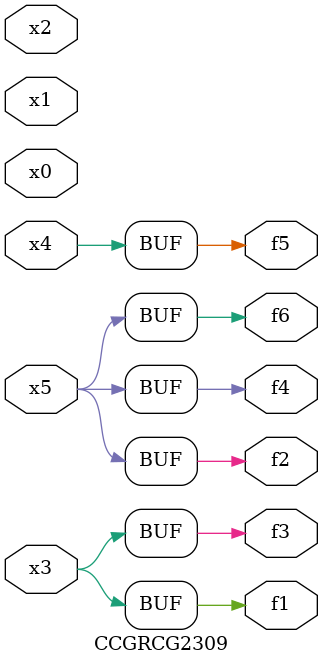
<source format=v>
module CCGRCG2309(
	input x0, x1, x2, x3, x4, x5,
	output f1, f2, f3, f4, f5, f6
);
	assign f1 = x3;
	assign f2 = x5;
	assign f3 = x3;
	assign f4 = x5;
	assign f5 = x4;
	assign f6 = x5;
endmodule

</source>
